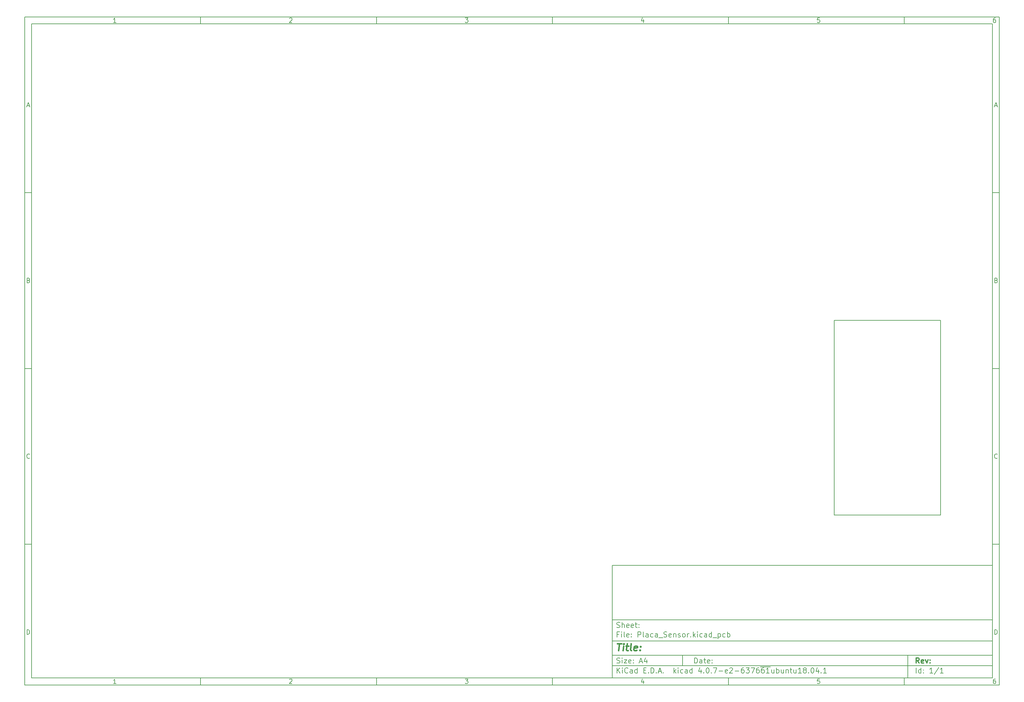
<source format=gbr>
G04 #@! TF.FileFunction,Other,User*
%FSLAX46Y46*%
G04 Gerber Fmt 4.6, Leading zero omitted, Abs format (unit mm)*
G04 Created by KiCad (PCBNEW 4.0.7-e2-6376~61~ubuntu18.04.1) date Wed Jul 10 20:30:17 2019*
%MOMM*%
%LPD*%
G01*
G04 APERTURE LIST*
%ADD10C,0.100000*%
%ADD11C,0.150000*%
%ADD12C,0.300000*%
%ADD13C,0.400000*%
%ADD14C,0.200000*%
G04 APERTURE END LIST*
D10*
D11*
X177002200Y-166007200D02*
X177002200Y-198007200D01*
X285002200Y-198007200D01*
X285002200Y-166007200D01*
X177002200Y-166007200D01*
D10*
D11*
X10000000Y-10000000D02*
X10000000Y-200007200D01*
X287002200Y-200007200D01*
X287002200Y-10000000D01*
X10000000Y-10000000D01*
D10*
D11*
X12000000Y-12000000D02*
X12000000Y-198007200D01*
X285002200Y-198007200D01*
X285002200Y-12000000D01*
X12000000Y-12000000D01*
D10*
D11*
X60000000Y-12000000D02*
X60000000Y-10000000D01*
D10*
D11*
X110000000Y-12000000D02*
X110000000Y-10000000D01*
D10*
D11*
X160000000Y-12000000D02*
X160000000Y-10000000D01*
D10*
D11*
X210000000Y-12000000D02*
X210000000Y-10000000D01*
D10*
D11*
X260000000Y-12000000D02*
X260000000Y-10000000D01*
D10*
D11*
X35990476Y-11588095D02*
X35247619Y-11588095D01*
X35619048Y-11588095D02*
X35619048Y-10288095D01*
X35495238Y-10473810D01*
X35371429Y-10597619D01*
X35247619Y-10659524D01*
D10*
D11*
X85247619Y-10411905D02*
X85309524Y-10350000D01*
X85433333Y-10288095D01*
X85742857Y-10288095D01*
X85866667Y-10350000D01*
X85928571Y-10411905D01*
X85990476Y-10535714D01*
X85990476Y-10659524D01*
X85928571Y-10845238D01*
X85185714Y-11588095D01*
X85990476Y-11588095D01*
D10*
D11*
X135185714Y-10288095D02*
X135990476Y-10288095D01*
X135557143Y-10783333D01*
X135742857Y-10783333D01*
X135866667Y-10845238D01*
X135928571Y-10907143D01*
X135990476Y-11030952D01*
X135990476Y-11340476D01*
X135928571Y-11464286D01*
X135866667Y-11526190D01*
X135742857Y-11588095D01*
X135371429Y-11588095D01*
X135247619Y-11526190D01*
X135185714Y-11464286D01*
D10*
D11*
X185866667Y-10721429D02*
X185866667Y-11588095D01*
X185557143Y-10226190D02*
X185247619Y-11154762D01*
X186052381Y-11154762D01*
D10*
D11*
X235928571Y-10288095D02*
X235309524Y-10288095D01*
X235247619Y-10907143D01*
X235309524Y-10845238D01*
X235433333Y-10783333D01*
X235742857Y-10783333D01*
X235866667Y-10845238D01*
X235928571Y-10907143D01*
X235990476Y-11030952D01*
X235990476Y-11340476D01*
X235928571Y-11464286D01*
X235866667Y-11526190D01*
X235742857Y-11588095D01*
X235433333Y-11588095D01*
X235309524Y-11526190D01*
X235247619Y-11464286D01*
D10*
D11*
X285866667Y-10288095D02*
X285619048Y-10288095D01*
X285495238Y-10350000D01*
X285433333Y-10411905D01*
X285309524Y-10597619D01*
X285247619Y-10845238D01*
X285247619Y-11340476D01*
X285309524Y-11464286D01*
X285371429Y-11526190D01*
X285495238Y-11588095D01*
X285742857Y-11588095D01*
X285866667Y-11526190D01*
X285928571Y-11464286D01*
X285990476Y-11340476D01*
X285990476Y-11030952D01*
X285928571Y-10907143D01*
X285866667Y-10845238D01*
X285742857Y-10783333D01*
X285495238Y-10783333D01*
X285371429Y-10845238D01*
X285309524Y-10907143D01*
X285247619Y-11030952D01*
D10*
D11*
X60000000Y-198007200D02*
X60000000Y-200007200D01*
D10*
D11*
X110000000Y-198007200D02*
X110000000Y-200007200D01*
D10*
D11*
X160000000Y-198007200D02*
X160000000Y-200007200D01*
D10*
D11*
X210000000Y-198007200D02*
X210000000Y-200007200D01*
D10*
D11*
X260000000Y-198007200D02*
X260000000Y-200007200D01*
D10*
D11*
X35990476Y-199595295D02*
X35247619Y-199595295D01*
X35619048Y-199595295D02*
X35619048Y-198295295D01*
X35495238Y-198481010D01*
X35371429Y-198604819D01*
X35247619Y-198666724D01*
D10*
D11*
X85247619Y-198419105D02*
X85309524Y-198357200D01*
X85433333Y-198295295D01*
X85742857Y-198295295D01*
X85866667Y-198357200D01*
X85928571Y-198419105D01*
X85990476Y-198542914D01*
X85990476Y-198666724D01*
X85928571Y-198852438D01*
X85185714Y-199595295D01*
X85990476Y-199595295D01*
D10*
D11*
X135185714Y-198295295D02*
X135990476Y-198295295D01*
X135557143Y-198790533D01*
X135742857Y-198790533D01*
X135866667Y-198852438D01*
X135928571Y-198914343D01*
X135990476Y-199038152D01*
X135990476Y-199347676D01*
X135928571Y-199471486D01*
X135866667Y-199533390D01*
X135742857Y-199595295D01*
X135371429Y-199595295D01*
X135247619Y-199533390D01*
X135185714Y-199471486D01*
D10*
D11*
X185866667Y-198728629D02*
X185866667Y-199595295D01*
X185557143Y-198233390D02*
X185247619Y-199161962D01*
X186052381Y-199161962D01*
D10*
D11*
X235928571Y-198295295D02*
X235309524Y-198295295D01*
X235247619Y-198914343D01*
X235309524Y-198852438D01*
X235433333Y-198790533D01*
X235742857Y-198790533D01*
X235866667Y-198852438D01*
X235928571Y-198914343D01*
X235990476Y-199038152D01*
X235990476Y-199347676D01*
X235928571Y-199471486D01*
X235866667Y-199533390D01*
X235742857Y-199595295D01*
X235433333Y-199595295D01*
X235309524Y-199533390D01*
X235247619Y-199471486D01*
D10*
D11*
X285866667Y-198295295D02*
X285619048Y-198295295D01*
X285495238Y-198357200D01*
X285433333Y-198419105D01*
X285309524Y-198604819D01*
X285247619Y-198852438D01*
X285247619Y-199347676D01*
X285309524Y-199471486D01*
X285371429Y-199533390D01*
X285495238Y-199595295D01*
X285742857Y-199595295D01*
X285866667Y-199533390D01*
X285928571Y-199471486D01*
X285990476Y-199347676D01*
X285990476Y-199038152D01*
X285928571Y-198914343D01*
X285866667Y-198852438D01*
X285742857Y-198790533D01*
X285495238Y-198790533D01*
X285371429Y-198852438D01*
X285309524Y-198914343D01*
X285247619Y-199038152D01*
D10*
D11*
X10000000Y-60000000D02*
X12000000Y-60000000D01*
D10*
D11*
X10000000Y-110000000D02*
X12000000Y-110000000D01*
D10*
D11*
X10000000Y-160000000D02*
X12000000Y-160000000D01*
D10*
D11*
X10690476Y-35216667D02*
X11309524Y-35216667D01*
X10566667Y-35588095D02*
X11000000Y-34288095D01*
X11433333Y-35588095D01*
D10*
D11*
X11092857Y-84907143D02*
X11278571Y-84969048D01*
X11340476Y-85030952D01*
X11402381Y-85154762D01*
X11402381Y-85340476D01*
X11340476Y-85464286D01*
X11278571Y-85526190D01*
X11154762Y-85588095D01*
X10659524Y-85588095D01*
X10659524Y-84288095D01*
X11092857Y-84288095D01*
X11216667Y-84350000D01*
X11278571Y-84411905D01*
X11340476Y-84535714D01*
X11340476Y-84659524D01*
X11278571Y-84783333D01*
X11216667Y-84845238D01*
X11092857Y-84907143D01*
X10659524Y-84907143D01*
D10*
D11*
X11402381Y-135464286D02*
X11340476Y-135526190D01*
X11154762Y-135588095D01*
X11030952Y-135588095D01*
X10845238Y-135526190D01*
X10721429Y-135402381D01*
X10659524Y-135278571D01*
X10597619Y-135030952D01*
X10597619Y-134845238D01*
X10659524Y-134597619D01*
X10721429Y-134473810D01*
X10845238Y-134350000D01*
X11030952Y-134288095D01*
X11154762Y-134288095D01*
X11340476Y-134350000D01*
X11402381Y-134411905D01*
D10*
D11*
X10659524Y-185588095D02*
X10659524Y-184288095D01*
X10969048Y-184288095D01*
X11154762Y-184350000D01*
X11278571Y-184473810D01*
X11340476Y-184597619D01*
X11402381Y-184845238D01*
X11402381Y-185030952D01*
X11340476Y-185278571D01*
X11278571Y-185402381D01*
X11154762Y-185526190D01*
X10969048Y-185588095D01*
X10659524Y-185588095D01*
D10*
D11*
X287002200Y-60000000D02*
X285002200Y-60000000D01*
D10*
D11*
X287002200Y-110000000D02*
X285002200Y-110000000D01*
D10*
D11*
X287002200Y-160000000D02*
X285002200Y-160000000D01*
D10*
D11*
X285692676Y-35216667D02*
X286311724Y-35216667D01*
X285568867Y-35588095D02*
X286002200Y-34288095D01*
X286435533Y-35588095D01*
D10*
D11*
X286095057Y-84907143D02*
X286280771Y-84969048D01*
X286342676Y-85030952D01*
X286404581Y-85154762D01*
X286404581Y-85340476D01*
X286342676Y-85464286D01*
X286280771Y-85526190D01*
X286156962Y-85588095D01*
X285661724Y-85588095D01*
X285661724Y-84288095D01*
X286095057Y-84288095D01*
X286218867Y-84350000D01*
X286280771Y-84411905D01*
X286342676Y-84535714D01*
X286342676Y-84659524D01*
X286280771Y-84783333D01*
X286218867Y-84845238D01*
X286095057Y-84907143D01*
X285661724Y-84907143D01*
D10*
D11*
X286404581Y-135464286D02*
X286342676Y-135526190D01*
X286156962Y-135588095D01*
X286033152Y-135588095D01*
X285847438Y-135526190D01*
X285723629Y-135402381D01*
X285661724Y-135278571D01*
X285599819Y-135030952D01*
X285599819Y-134845238D01*
X285661724Y-134597619D01*
X285723629Y-134473810D01*
X285847438Y-134350000D01*
X286033152Y-134288095D01*
X286156962Y-134288095D01*
X286342676Y-134350000D01*
X286404581Y-134411905D01*
D10*
D11*
X285661724Y-185588095D02*
X285661724Y-184288095D01*
X285971248Y-184288095D01*
X286156962Y-184350000D01*
X286280771Y-184473810D01*
X286342676Y-184597619D01*
X286404581Y-184845238D01*
X286404581Y-185030952D01*
X286342676Y-185278571D01*
X286280771Y-185402381D01*
X286156962Y-185526190D01*
X285971248Y-185588095D01*
X285661724Y-185588095D01*
D10*
D11*
X200359343Y-193785771D02*
X200359343Y-192285771D01*
X200716486Y-192285771D01*
X200930771Y-192357200D01*
X201073629Y-192500057D01*
X201145057Y-192642914D01*
X201216486Y-192928629D01*
X201216486Y-193142914D01*
X201145057Y-193428629D01*
X201073629Y-193571486D01*
X200930771Y-193714343D01*
X200716486Y-193785771D01*
X200359343Y-193785771D01*
X202502200Y-193785771D02*
X202502200Y-193000057D01*
X202430771Y-192857200D01*
X202287914Y-192785771D01*
X202002200Y-192785771D01*
X201859343Y-192857200D01*
X202502200Y-193714343D02*
X202359343Y-193785771D01*
X202002200Y-193785771D01*
X201859343Y-193714343D01*
X201787914Y-193571486D01*
X201787914Y-193428629D01*
X201859343Y-193285771D01*
X202002200Y-193214343D01*
X202359343Y-193214343D01*
X202502200Y-193142914D01*
X203002200Y-192785771D02*
X203573629Y-192785771D01*
X203216486Y-192285771D02*
X203216486Y-193571486D01*
X203287914Y-193714343D01*
X203430772Y-193785771D01*
X203573629Y-193785771D01*
X204645057Y-193714343D02*
X204502200Y-193785771D01*
X204216486Y-193785771D01*
X204073629Y-193714343D01*
X204002200Y-193571486D01*
X204002200Y-193000057D01*
X204073629Y-192857200D01*
X204216486Y-192785771D01*
X204502200Y-192785771D01*
X204645057Y-192857200D01*
X204716486Y-193000057D01*
X204716486Y-193142914D01*
X204002200Y-193285771D01*
X205359343Y-193642914D02*
X205430771Y-193714343D01*
X205359343Y-193785771D01*
X205287914Y-193714343D01*
X205359343Y-193642914D01*
X205359343Y-193785771D01*
X205359343Y-192857200D02*
X205430771Y-192928629D01*
X205359343Y-193000057D01*
X205287914Y-192928629D01*
X205359343Y-192857200D01*
X205359343Y-193000057D01*
D10*
D11*
X177002200Y-194507200D02*
X285002200Y-194507200D01*
D10*
D11*
X178359343Y-196585771D02*
X178359343Y-195085771D01*
X179216486Y-196585771D02*
X178573629Y-195728629D01*
X179216486Y-195085771D02*
X178359343Y-195942914D01*
X179859343Y-196585771D02*
X179859343Y-195585771D01*
X179859343Y-195085771D02*
X179787914Y-195157200D01*
X179859343Y-195228629D01*
X179930771Y-195157200D01*
X179859343Y-195085771D01*
X179859343Y-195228629D01*
X181430772Y-196442914D02*
X181359343Y-196514343D01*
X181145057Y-196585771D01*
X181002200Y-196585771D01*
X180787915Y-196514343D01*
X180645057Y-196371486D01*
X180573629Y-196228629D01*
X180502200Y-195942914D01*
X180502200Y-195728629D01*
X180573629Y-195442914D01*
X180645057Y-195300057D01*
X180787915Y-195157200D01*
X181002200Y-195085771D01*
X181145057Y-195085771D01*
X181359343Y-195157200D01*
X181430772Y-195228629D01*
X182716486Y-196585771D02*
X182716486Y-195800057D01*
X182645057Y-195657200D01*
X182502200Y-195585771D01*
X182216486Y-195585771D01*
X182073629Y-195657200D01*
X182716486Y-196514343D02*
X182573629Y-196585771D01*
X182216486Y-196585771D01*
X182073629Y-196514343D01*
X182002200Y-196371486D01*
X182002200Y-196228629D01*
X182073629Y-196085771D01*
X182216486Y-196014343D01*
X182573629Y-196014343D01*
X182716486Y-195942914D01*
X184073629Y-196585771D02*
X184073629Y-195085771D01*
X184073629Y-196514343D02*
X183930772Y-196585771D01*
X183645058Y-196585771D01*
X183502200Y-196514343D01*
X183430772Y-196442914D01*
X183359343Y-196300057D01*
X183359343Y-195871486D01*
X183430772Y-195728629D01*
X183502200Y-195657200D01*
X183645058Y-195585771D01*
X183930772Y-195585771D01*
X184073629Y-195657200D01*
X185930772Y-195800057D02*
X186430772Y-195800057D01*
X186645058Y-196585771D02*
X185930772Y-196585771D01*
X185930772Y-195085771D01*
X186645058Y-195085771D01*
X187287915Y-196442914D02*
X187359343Y-196514343D01*
X187287915Y-196585771D01*
X187216486Y-196514343D01*
X187287915Y-196442914D01*
X187287915Y-196585771D01*
X188002201Y-196585771D02*
X188002201Y-195085771D01*
X188359344Y-195085771D01*
X188573629Y-195157200D01*
X188716487Y-195300057D01*
X188787915Y-195442914D01*
X188859344Y-195728629D01*
X188859344Y-195942914D01*
X188787915Y-196228629D01*
X188716487Y-196371486D01*
X188573629Y-196514343D01*
X188359344Y-196585771D01*
X188002201Y-196585771D01*
X189502201Y-196442914D02*
X189573629Y-196514343D01*
X189502201Y-196585771D01*
X189430772Y-196514343D01*
X189502201Y-196442914D01*
X189502201Y-196585771D01*
X190145058Y-196157200D02*
X190859344Y-196157200D01*
X190002201Y-196585771D02*
X190502201Y-195085771D01*
X191002201Y-196585771D01*
X191502201Y-196442914D02*
X191573629Y-196514343D01*
X191502201Y-196585771D01*
X191430772Y-196514343D01*
X191502201Y-196442914D01*
X191502201Y-196585771D01*
X194502201Y-196585771D02*
X194502201Y-195085771D01*
X194645058Y-196014343D02*
X195073629Y-196585771D01*
X195073629Y-195585771D02*
X194502201Y-196157200D01*
X195716487Y-196585771D02*
X195716487Y-195585771D01*
X195716487Y-195085771D02*
X195645058Y-195157200D01*
X195716487Y-195228629D01*
X195787915Y-195157200D01*
X195716487Y-195085771D01*
X195716487Y-195228629D01*
X197073630Y-196514343D02*
X196930773Y-196585771D01*
X196645059Y-196585771D01*
X196502201Y-196514343D01*
X196430773Y-196442914D01*
X196359344Y-196300057D01*
X196359344Y-195871486D01*
X196430773Y-195728629D01*
X196502201Y-195657200D01*
X196645059Y-195585771D01*
X196930773Y-195585771D01*
X197073630Y-195657200D01*
X198359344Y-196585771D02*
X198359344Y-195800057D01*
X198287915Y-195657200D01*
X198145058Y-195585771D01*
X197859344Y-195585771D01*
X197716487Y-195657200D01*
X198359344Y-196514343D02*
X198216487Y-196585771D01*
X197859344Y-196585771D01*
X197716487Y-196514343D01*
X197645058Y-196371486D01*
X197645058Y-196228629D01*
X197716487Y-196085771D01*
X197859344Y-196014343D01*
X198216487Y-196014343D01*
X198359344Y-195942914D01*
X199716487Y-196585771D02*
X199716487Y-195085771D01*
X199716487Y-196514343D02*
X199573630Y-196585771D01*
X199287916Y-196585771D01*
X199145058Y-196514343D01*
X199073630Y-196442914D01*
X199002201Y-196300057D01*
X199002201Y-195871486D01*
X199073630Y-195728629D01*
X199145058Y-195657200D01*
X199287916Y-195585771D01*
X199573630Y-195585771D01*
X199716487Y-195657200D01*
X202216487Y-195585771D02*
X202216487Y-196585771D01*
X201859344Y-195014343D02*
X201502201Y-196085771D01*
X202430773Y-196085771D01*
X203002201Y-196442914D02*
X203073629Y-196514343D01*
X203002201Y-196585771D01*
X202930772Y-196514343D01*
X203002201Y-196442914D01*
X203002201Y-196585771D01*
X204002201Y-195085771D02*
X204145058Y-195085771D01*
X204287915Y-195157200D01*
X204359344Y-195228629D01*
X204430773Y-195371486D01*
X204502201Y-195657200D01*
X204502201Y-196014343D01*
X204430773Y-196300057D01*
X204359344Y-196442914D01*
X204287915Y-196514343D01*
X204145058Y-196585771D01*
X204002201Y-196585771D01*
X203859344Y-196514343D01*
X203787915Y-196442914D01*
X203716487Y-196300057D01*
X203645058Y-196014343D01*
X203645058Y-195657200D01*
X203716487Y-195371486D01*
X203787915Y-195228629D01*
X203859344Y-195157200D01*
X204002201Y-195085771D01*
X205145058Y-196442914D02*
X205216486Y-196514343D01*
X205145058Y-196585771D01*
X205073629Y-196514343D01*
X205145058Y-196442914D01*
X205145058Y-196585771D01*
X205716487Y-195085771D02*
X206716487Y-195085771D01*
X206073630Y-196585771D01*
X207287915Y-196014343D02*
X208430772Y-196014343D01*
X209716486Y-196514343D02*
X209573629Y-196585771D01*
X209287915Y-196585771D01*
X209145058Y-196514343D01*
X209073629Y-196371486D01*
X209073629Y-195800057D01*
X209145058Y-195657200D01*
X209287915Y-195585771D01*
X209573629Y-195585771D01*
X209716486Y-195657200D01*
X209787915Y-195800057D01*
X209787915Y-195942914D01*
X209073629Y-196085771D01*
X210359343Y-195228629D02*
X210430772Y-195157200D01*
X210573629Y-195085771D01*
X210930772Y-195085771D01*
X211073629Y-195157200D01*
X211145058Y-195228629D01*
X211216486Y-195371486D01*
X211216486Y-195514343D01*
X211145058Y-195728629D01*
X210287915Y-196585771D01*
X211216486Y-196585771D01*
X211859343Y-196014343D02*
X213002200Y-196014343D01*
X214359343Y-195085771D02*
X214073629Y-195085771D01*
X213930772Y-195157200D01*
X213859343Y-195228629D01*
X213716486Y-195442914D01*
X213645057Y-195728629D01*
X213645057Y-196300057D01*
X213716486Y-196442914D01*
X213787914Y-196514343D01*
X213930772Y-196585771D01*
X214216486Y-196585771D01*
X214359343Y-196514343D01*
X214430772Y-196442914D01*
X214502200Y-196300057D01*
X214502200Y-195942914D01*
X214430772Y-195800057D01*
X214359343Y-195728629D01*
X214216486Y-195657200D01*
X213930772Y-195657200D01*
X213787914Y-195728629D01*
X213716486Y-195800057D01*
X213645057Y-195942914D01*
X215002200Y-195085771D02*
X215930771Y-195085771D01*
X215430771Y-195657200D01*
X215645057Y-195657200D01*
X215787914Y-195728629D01*
X215859343Y-195800057D01*
X215930771Y-195942914D01*
X215930771Y-196300057D01*
X215859343Y-196442914D01*
X215787914Y-196514343D01*
X215645057Y-196585771D01*
X215216485Y-196585771D01*
X215073628Y-196514343D01*
X215002200Y-196442914D01*
X216430771Y-195085771D02*
X217430771Y-195085771D01*
X216787914Y-196585771D01*
X218645056Y-195085771D02*
X218359342Y-195085771D01*
X218216485Y-195157200D01*
X218145056Y-195228629D01*
X218002199Y-195442914D01*
X217930770Y-195728629D01*
X217930770Y-196300057D01*
X218002199Y-196442914D01*
X218073627Y-196514343D01*
X218216485Y-196585771D01*
X218502199Y-196585771D01*
X218645056Y-196514343D01*
X218716485Y-196442914D01*
X218787913Y-196300057D01*
X218787913Y-195942914D01*
X218716485Y-195800057D01*
X218645056Y-195728629D01*
X218502199Y-195657200D01*
X218216485Y-195657200D01*
X218073627Y-195728629D01*
X218002199Y-195800057D01*
X217930770Y-195942914D01*
X220073627Y-195085771D02*
X219787913Y-195085771D01*
X219645056Y-195157200D01*
X219573627Y-195228629D01*
X219430770Y-195442914D01*
X219359341Y-195728629D01*
X219359341Y-196300057D01*
X219430770Y-196442914D01*
X219502198Y-196514343D01*
X219645056Y-196585771D01*
X219930770Y-196585771D01*
X220073627Y-196514343D01*
X220145056Y-196442914D01*
X220216484Y-196300057D01*
X220216484Y-195942914D01*
X220145056Y-195800057D01*
X220073627Y-195728629D01*
X219930770Y-195657200D01*
X219645056Y-195657200D01*
X219502198Y-195728629D01*
X219430770Y-195800057D01*
X219359341Y-195942914D01*
X221645055Y-196585771D02*
X220787912Y-196585771D01*
X221216484Y-196585771D02*
X221216484Y-195085771D01*
X221073627Y-195300057D01*
X220930769Y-195442914D01*
X220787912Y-195514343D01*
X219073627Y-194827200D02*
X221930769Y-194827200D01*
X222930769Y-195585771D02*
X222930769Y-196585771D01*
X222287912Y-195585771D02*
X222287912Y-196371486D01*
X222359340Y-196514343D01*
X222502198Y-196585771D01*
X222716483Y-196585771D01*
X222859340Y-196514343D01*
X222930769Y-196442914D01*
X223645055Y-196585771D02*
X223645055Y-195085771D01*
X223645055Y-195657200D02*
X223787912Y-195585771D01*
X224073626Y-195585771D01*
X224216483Y-195657200D01*
X224287912Y-195728629D01*
X224359341Y-195871486D01*
X224359341Y-196300057D01*
X224287912Y-196442914D01*
X224216483Y-196514343D01*
X224073626Y-196585771D01*
X223787912Y-196585771D01*
X223645055Y-196514343D01*
X225645055Y-195585771D02*
X225645055Y-196585771D01*
X225002198Y-195585771D02*
X225002198Y-196371486D01*
X225073626Y-196514343D01*
X225216484Y-196585771D01*
X225430769Y-196585771D01*
X225573626Y-196514343D01*
X225645055Y-196442914D01*
X226359341Y-195585771D02*
X226359341Y-196585771D01*
X226359341Y-195728629D02*
X226430769Y-195657200D01*
X226573627Y-195585771D01*
X226787912Y-195585771D01*
X226930769Y-195657200D01*
X227002198Y-195800057D01*
X227002198Y-196585771D01*
X227502198Y-195585771D02*
X228073627Y-195585771D01*
X227716484Y-195085771D02*
X227716484Y-196371486D01*
X227787912Y-196514343D01*
X227930770Y-196585771D01*
X228073627Y-196585771D01*
X229216484Y-195585771D02*
X229216484Y-196585771D01*
X228573627Y-195585771D02*
X228573627Y-196371486D01*
X228645055Y-196514343D01*
X228787913Y-196585771D01*
X229002198Y-196585771D01*
X229145055Y-196514343D01*
X229216484Y-196442914D01*
X230716484Y-196585771D02*
X229859341Y-196585771D01*
X230287913Y-196585771D02*
X230287913Y-195085771D01*
X230145056Y-195300057D01*
X230002198Y-195442914D01*
X229859341Y-195514343D01*
X231573627Y-195728629D02*
X231430769Y-195657200D01*
X231359341Y-195585771D01*
X231287912Y-195442914D01*
X231287912Y-195371486D01*
X231359341Y-195228629D01*
X231430769Y-195157200D01*
X231573627Y-195085771D01*
X231859341Y-195085771D01*
X232002198Y-195157200D01*
X232073627Y-195228629D01*
X232145055Y-195371486D01*
X232145055Y-195442914D01*
X232073627Y-195585771D01*
X232002198Y-195657200D01*
X231859341Y-195728629D01*
X231573627Y-195728629D01*
X231430769Y-195800057D01*
X231359341Y-195871486D01*
X231287912Y-196014343D01*
X231287912Y-196300057D01*
X231359341Y-196442914D01*
X231430769Y-196514343D01*
X231573627Y-196585771D01*
X231859341Y-196585771D01*
X232002198Y-196514343D01*
X232073627Y-196442914D01*
X232145055Y-196300057D01*
X232145055Y-196014343D01*
X232073627Y-195871486D01*
X232002198Y-195800057D01*
X231859341Y-195728629D01*
X232787912Y-196442914D02*
X232859340Y-196514343D01*
X232787912Y-196585771D01*
X232716483Y-196514343D01*
X232787912Y-196442914D01*
X232787912Y-196585771D01*
X233787912Y-195085771D02*
X233930769Y-195085771D01*
X234073626Y-195157200D01*
X234145055Y-195228629D01*
X234216484Y-195371486D01*
X234287912Y-195657200D01*
X234287912Y-196014343D01*
X234216484Y-196300057D01*
X234145055Y-196442914D01*
X234073626Y-196514343D01*
X233930769Y-196585771D01*
X233787912Y-196585771D01*
X233645055Y-196514343D01*
X233573626Y-196442914D01*
X233502198Y-196300057D01*
X233430769Y-196014343D01*
X233430769Y-195657200D01*
X233502198Y-195371486D01*
X233573626Y-195228629D01*
X233645055Y-195157200D01*
X233787912Y-195085771D01*
X235573626Y-195585771D02*
X235573626Y-196585771D01*
X235216483Y-195014343D02*
X234859340Y-196085771D01*
X235787912Y-196085771D01*
X236359340Y-196442914D02*
X236430768Y-196514343D01*
X236359340Y-196585771D01*
X236287911Y-196514343D01*
X236359340Y-196442914D01*
X236359340Y-196585771D01*
X237859340Y-196585771D02*
X237002197Y-196585771D01*
X237430769Y-196585771D02*
X237430769Y-195085771D01*
X237287912Y-195300057D01*
X237145054Y-195442914D01*
X237002197Y-195514343D01*
D10*
D11*
X177002200Y-191507200D02*
X285002200Y-191507200D01*
D10*
D12*
X264216486Y-193785771D02*
X263716486Y-193071486D01*
X263359343Y-193785771D02*
X263359343Y-192285771D01*
X263930771Y-192285771D01*
X264073629Y-192357200D01*
X264145057Y-192428629D01*
X264216486Y-192571486D01*
X264216486Y-192785771D01*
X264145057Y-192928629D01*
X264073629Y-193000057D01*
X263930771Y-193071486D01*
X263359343Y-193071486D01*
X265430771Y-193714343D02*
X265287914Y-193785771D01*
X265002200Y-193785771D01*
X264859343Y-193714343D01*
X264787914Y-193571486D01*
X264787914Y-193000057D01*
X264859343Y-192857200D01*
X265002200Y-192785771D01*
X265287914Y-192785771D01*
X265430771Y-192857200D01*
X265502200Y-193000057D01*
X265502200Y-193142914D01*
X264787914Y-193285771D01*
X266002200Y-192785771D02*
X266359343Y-193785771D01*
X266716485Y-192785771D01*
X267287914Y-193642914D02*
X267359342Y-193714343D01*
X267287914Y-193785771D01*
X267216485Y-193714343D01*
X267287914Y-193642914D01*
X267287914Y-193785771D01*
X267287914Y-192857200D02*
X267359342Y-192928629D01*
X267287914Y-193000057D01*
X267216485Y-192928629D01*
X267287914Y-192857200D01*
X267287914Y-193000057D01*
D10*
D11*
X178287914Y-193714343D02*
X178502200Y-193785771D01*
X178859343Y-193785771D01*
X179002200Y-193714343D01*
X179073629Y-193642914D01*
X179145057Y-193500057D01*
X179145057Y-193357200D01*
X179073629Y-193214343D01*
X179002200Y-193142914D01*
X178859343Y-193071486D01*
X178573629Y-193000057D01*
X178430771Y-192928629D01*
X178359343Y-192857200D01*
X178287914Y-192714343D01*
X178287914Y-192571486D01*
X178359343Y-192428629D01*
X178430771Y-192357200D01*
X178573629Y-192285771D01*
X178930771Y-192285771D01*
X179145057Y-192357200D01*
X179787914Y-193785771D02*
X179787914Y-192785771D01*
X179787914Y-192285771D02*
X179716485Y-192357200D01*
X179787914Y-192428629D01*
X179859342Y-192357200D01*
X179787914Y-192285771D01*
X179787914Y-192428629D01*
X180359343Y-192785771D02*
X181145057Y-192785771D01*
X180359343Y-193785771D01*
X181145057Y-193785771D01*
X182287914Y-193714343D02*
X182145057Y-193785771D01*
X181859343Y-193785771D01*
X181716486Y-193714343D01*
X181645057Y-193571486D01*
X181645057Y-193000057D01*
X181716486Y-192857200D01*
X181859343Y-192785771D01*
X182145057Y-192785771D01*
X182287914Y-192857200D01*
X182359343Y-193000057D01*
X182359343Y-193142914D01*
X181645057Y-193285771D01*
X183002200Y-193642914D02*
X183073628Y-193714343D01*
X183002200Y-193785771D01*
X182930771Y-193714343D01*
X183002200Y-193642914D01*
X183002200Y-193785771D01*
X183002200Y-192857200D02*
X183073628Y-192928629D01*
X183002200Y-193000057D01*
X182930771Y-192928629D01*
X183002200Y-192857200D01*
X183002200Y-193000057D01*
X184787914Y-193357200D02*
X185502200Y-193357200D01*
X184645057Y-193785771D02*
X185145057Y-192285771D01*
X185645057Y-193785771D01*
X186787914Y-192785771D02*
X186787914Y-193785771D01*
X186430771Y-192214343D02*
X186073628Y-193285771D01*
X187002200Y-193285771D01*
D10*
D11*
X263359343Y-196585771D02*
X263359343Y-195085771D01*
X264716486Y-196585771D02*
X264716486Y-195085771D01*
X264716486Y-196514343D02*
X264573629Y-196585771D01*
X264287915Y-196585771D01*
X264145057Y-196514343D01*
X264073629Y-196442914D01*
X264002200Y-196300057D01*
X264002200Y-195871486D01*
X264073629Y-195728629D01*
X264145057Y-195657200D01*
X264287915Y-195585771D01*
X264573629Y-195585771D01*
X264716486Y-195657200D01*
X265430772Y-196442914D02*
X265502200Y-196514343D01*
X265430772Y-196585771D01*
X265359343Y-196514343D01*
X265430772Y-196442914D01*
X265430772Y-196585771D01*
X265430772Y-195657200D02*
X265502200Y-195728629D01*
X265430772Y-195800057D01*
X265359343Y-195728629D01*
X265430772Y-195657200D01*
X265430772Y-195800057D01*
X268073629Y-196585771D02*
X267216486Y-196585771D01*
X267645058Y-196585771D02*
X267645058Y-195085771D01*
X267502201Y-195300057D01*
X267359343Y-195442914D01*
X267216486Y-195514343D01*
X269787914Y-195014343D02*
X268502200Y-196942914D01*
X271073629Y-196585771D02*
X270216486Y-196585771D01*
X270645058Y-196585771D02*
X270645058Y-195085771D01*
X270502201Y-195300057D01*
X270359343Y-195442914D01*
X270216486Y-195514343D01*
D10*
D11*
X177002200Y-187507200D02*
X285002200Y-187507200D01*
D10*
D13*
X178454581Y-188211962D02*
X179597438Y-188211962D01*
X178776010Y-190211962D02*
X179026010Y-188211962D01*
X180014105Y-190211962D02*
X180180771Y-188878629D01*
X180264105Y-188211962D02*
X180156962Y-188307200D01*
X180240295Y-188402438D01*
X180347439Y-188307200D01*
X180264105Y-188211962D01*
X180240295Y-188402438D01*
X180847438Y-188878629D02*
X181609343Y-188878629D01*
X181216486Y-188211962D02*
X181002200Y-189926248D01*
X181073630Y-190116724D01*
X181252201Y-190211962D01*
X181442677Y-190211962D01*
X182395058Y-190211962D02*
X182216487Y-190116724D01*
X182145057Y-189926248D01*
X182359343Y-188211962D01*
X183930772Y-190116724D02*
X183728391Y-190211962D01*
X183347439Y-190211962D01*
X183168867Y-190116724D01*
X183097438Y-189926248D01*
X183192676Y-189164343D01*
X183311724Y-188973867D01*
X183514105Y-188878629D01*
X183895057Y-188878629D01*
X184073629Y-188973867D01*
X184145057Y-189164343D01*
X184121248Y-189354819D01*
X183145057Y-189545295D01*
X184895057Y-190021486D02*
X184978392Y-190116724D01*
X184871248Y-190211962D01*
X184787915Y-190116724D01*
X184895057Y-190021486D01*
X184871248Y-190211962D01*
X185026010Y-188973867D02*
X185109344Y-189069105D01*
X185002200Y-189164343D01*
X184918867Y-189069105D01*
X185026010Y-188973867D01*
X185002200Y-189164343D01*
D10*
D11*
X178859343Y-185600057D02*
X178359343Y-185600057D01*
X178359343Y-186385771D02*
X178359343Y-184885771D01*
X179073629Y-184885771D01*
X179645057Y-186385771D02*
X179645057Y-185385771D01*
X179645057Y-184885771D02*
X179573628Y-184957200D01*
X179645057Y-185028629D01*
X179716485Y-184957200D01*
X179645057Y-184885771D01*
X179645057Y-185028629D01*
X180573629Y-186385771D02*
X180430771Y-186314343D01*
X180359343Y-186171486D01*
X180359343Y-184885771D01*
X181716485Y-186314343D02*
X181573628Y-186385771D01*
X181287914Y-186385771D01*
X181145057Y-186314343D01*
X181073628Y-186171486D01*
X181073628Y-185600057D01*
X181145057Y-185457200D01*
X181287914Y-185385771D01*
X181573628Y-185385771D01*
X181716485Y-185457200D01*
X181787914Y-185600057D01*
X181787914Y-185742914D01*
X181073628Y-185885771D01*
X182430771Y-186242914D02*
X182502199Y-186314343D01*
X182430771Y-186385771D01*
X182359342Y-186314343D01*
X182430771Y-186242914D01*
X182430771Y-186385771D01*
X182430771Y-185457200D02*
X182502199Y-185528629D01*
X182430771Y-185600057D01*
X182359342Y-185528629D01*
X182430771Y-185457200D01*
X182430771Y-185600057D01*
X184287914Y-186385771D02*
X184287914Y-184885771D01*
X184859342Y-184885771D01*
X185002200Y-184957200D01*
X185073628Y-185028629D01*
X185145057Y-185171486D01*
X185145057Y-185385771D01*
X185073628Y-185528629D01*
X185002200Y-185600057D01*
X184859342Y-185671486D01*
X184287914Y-185671486D01*
X186002200Y-186385771D02*
X185859342Y-186314343D01*
X185787914Y-186171486D01*
X185787914Y-184885771D01*
X187216485Y-186385771D02*
X187216485Y-185600057D01*
X187145056Y-185457200D01*
X187002199Y-185385771D01*
X186716485Y-185385771D01*
X186573628Y-185457200D01*
X187216485Y-186314343D02*
X187073628Y-186385771D01*
X186716485Y-186385771D01*
X186573628Y-186314343D01*
X186502199Y-186171486D01*
X186502199Y-186028629D01*
X186573628Y-185885771D01*
X186716485Y-185814343D01*
X187073628Y-185814343D01*
X187216485Y-185742914D01*
X188573628Y-186314343D02*
X188430771Y-186385771D01*
X188145057Y-186385771D01*
X188002199Y-186314343D01*
X187930771Y-186242914D01*
X187859342Y-186100057D01*
X187859342Y-185671486D01*
X187930771Y-185528629D01*
X188002199Y-185457200D01*
X188145057Y-185385771D01*
X188430771Y-185385771D01*
X188573628Y-185457200D01*
X189859342Y-186385771D02*
X189859342Y-185600057D01*
X189787913Y-185457200D01*
X189645056Y-185385771D01*
X189359342Y-185385771D01*
X189216485Y-185457200D01*
X189859342Y-186314343D02*
X189716485Y-186385771D01*
X189359342Y-186385771D01*
X189216485Y-186314343D01*
X189145056Y-186171486D01*
X189145056Y-186028629D01*
X189216485Y-185885771D01*
X189359342Y-185814343D01*
X189716485Y-185814343D01*
X189859342Y-185742914D01*
X190216485Y-186528629D02*
X191359342Y-186528629D01*
X191645056Y-186314343D02*
X191859342Y-186385771D01*
X192216485Y-186385771D01*
X192359342Y-186314343D01*
X192430771Y-186242914D01*
X192502199Y-186100057D01*
X192502199Y-185957200D01*
X192430771Y-185814343D01*
X192359342Y-185742914D01*
X192216485Y-185671486D01*
X191930771Y-185600057D01*
X191787913Y-185528629D01*
X191716485Y-185457200D01*
X191645056Y-185314343D01*
X191645056Y-185171486D01*
X191716485Y-185028629D01*
X191787913Y-184957200D01*
X191930771Y-184885771D01*
X192287913Y-184885771D01*
X192502199Y-184957200D01*
X193716484Y-186314343D02*
X193573627Y-186385771D01*
X193287913Y-186385771D01*
X193145056Y-186314343D01*
X193073627Y-186171486D01*
X193073627Y-185600057D01*
X193145056Y-185457200D01*
X193287913Y-185385771D01*
X193573627Y-185385771D01*
X193716484Y-185457200D01*
X193787913Y-185600057D01*
X193787913Y-185742914D01*
X193073627Y-185885771D01*
X194430770Y-185385771D02*
X194430770Y-186385771D01*
X194430770Y-185528629D02*
X194502198Y-185457200D01*
X194645056Y-185385771D01*
X194859341Y-185385771D01*
X195002198Y-185457200D01*
X195073627Y-185600057D01*
X195073627Y-186385771D01*
X195716484Y-186314343D02*
X195859341Y-186385771D01*
X196145056Y-186385771D01*
X196287913Y-186314343D01*
X196359341Y-186171486D01*
X196359341Y-186100057D01*
X196287913Y-185957200D01*
X196145056Y-185885771D01*
X195930770Y-185885771D01*
X195787913Y-185814343D01*
X195716484Y-185671486D01*
X195716484Y-185600057D01*
X195787913Y-185457200D01*
X195930770Y-185385771D01*
X196145056Y-185385771D01*
X196287913Y-185457200D01*
X197216485Y-186385771D02*
X197073627Y-186314343D01*
X197002199Y-186242914D01*
X196930770Y-186100057D01*
X196930770Y-185671486D01*
X197002199Y-185528629D01*
X197073627Y-185457200D01*
X197216485Y-185385771D01*
X197430770Y-185385771D01*
X197573627Y-185457200D01*
X197645056Y-185528629D01*
X197716485Y-185671486D01*
X197716485Y-186100057D01*
X197645056Y-186242914D01*
X197573627Y-186314343D01*
X197430770Y-186385771D01*
X197216485Y-186385771D01*
X198359342Y-186385771D02*
X198359342Y-185385771D01*
X198359342Y-185671486D02*
X198430770Y-185528629D01*
X198502199Y-185457200D01*
X198645056Y-185385771D01*
X198787913Y-185385771D01*
X199287913Y-186242914D02*
X199359341Y-186314343D01*
X199287913Y-186385771D01*
X199216484Y-186314343D01*
X199287913Y-186242914D01*
X199287913Y-186385771D01*
X200002199Y-186385771D02*
X200002199Y-184885771D01*
X200145056Y-185814343D02*
X200573627Y-186385771D01*
X200573627Y-185385771D02*
X200002199Y-185957200D01*
X201216485Y-186385771D02*
X201216485Y-185385771D01*
X201216485Y-184885771D02*
X201145056Y-184957200D01*
X201216485Y-185028629D01*
X201287913Y-184957200D01*
X201216485Y-184885771D01*
X201216485Y-185028629D01*
X202573628Y-186314343D02*
X202430771Y-186385771D01*
X202145057Y-186385771D01*
X202002199Y-186314343D01*
X201930771Y-186242914D01*
X201859342Y-186100057D01*
X201859342Y-185671486D01*
X201930771Y-185528629D01*
X202002199Y-185457200D01*
X202145057Y-185385771D01*
X202430771Y-185385771D01*
X202573628Y-185457200D01*
X203859342Y-186385771D02*
X203859342Y-185600057D01*
X203787913Y-185457200D01*
X203645056Y-185385771D01*
X203359342Y-185385771D01*
X203216485Y-185457200D01*
X203859342Y-186314343D02*
X203716485Y-186385771D01*
X203359342Y-186385771D01*
X203216485Y-186314343D01*
X203145056Y-186171486D01*
X203145056Y-186028629D01*
X203216485Y-185885771D01*
X203359342Y-185814343D01*
X203716485Y-185814343D01*
X203859342Y-185742914D01*
X205216485Y-186385771D02*
X205216485Y-184885771D01*
X205216485Y-186314343D02*
X205073628Y-186385771D01*
X204787914Y-186385771D01*
X204645056Y-186314343D01*
X204573628Y-186242914D01*
X204502199Y-186100057D01*
X204502199Y-185671486D01*
X204573628Y-185528629D01*
X204645056Y-185457200D01*
X204787914Y-185385771D01*
X205073628Y-185385771D01*
X205216485Y-185457200D01*
X205573628Y-186528629D02*
X206716485Y-186528629D01*
X207073628Y-185385771D02*
X207073628Y-186885771D01*
X207073628Y-185457200D02*
X207216485Y-185385771D01*
X207502199Y-185385771D01*
X207645056Y-185457200D01*
X207716485Y-185528629D01*
X207787914Y-185671486D01*
X207787914Y-186100057D01*
X207716485Y-186242914D01*
X207645056Y-186314343D01*
X207502199Y-186385771D01*
X207216485Y-186385771D01*
X207073628Y-186314343D01*
X209073628Y-186314343D02*
X208930771Y-186385771D01*
X208645057Y-186385771D01*
X208502199Y-186314343D01*
X208430771Y-186242914D01*
X208359342Y-186100057D01*
X208359342Y-185671486D01*
X208430771Y-185528629D01*
X208502199Y-185457200D01*
X208645057Y-185385771D01*
X208930771Y-185385771D01*
X209073628Y-185457200D01*
X209716485Y-186385771D02*
X209716485Y-184885771D01*
X209716485Y-185457200D02*
X209859342Y-185385771D01*
X210145056Y-185385771D01*
X210287913Y-185457200D01*
X210359342Y-185528629D01*
X210430771Y-185671486D01*
X210430771Y-186100057D01*
X210359342Y-186242914D01*
X210287913Y-186314343D01*
X210145056Y-186385771D01*
X209859342Y-186385771D01*
X209716485Y-186314343D01*
D10*
D11*
X177002200Y-181507200D02*
X285002200Y-181507200D01*
D10*
D11*
X178287914Y-183614343D02*
X178502200Y-183685771D01*
X178859343Y-183685771D01*
X179002200Y-183614343D01*
X179073629Y-183542914D01*
X179145057Y-183400057D01*
X179145057Y-183257200D01*
X179073629Y-183114343D01*
X179002200Y-183042914D01*
X178859343Y-182971486D01*
X178573629Y-182900057D01*
X178430771Y-182828629D01*
X178359343Y-182757200D01*
X178287914Y-182614343D01*
X178287914Y-182471486D01*
X178359343Y-182328629D01*
X178430771Y-182257200D01*
X178573629Y-182185771D01*
X178930771Y-182185771D01*
X179145057Y-182257200D01*
X179787914Y-183685771D02*
X179787914Y-182185771D01*
X180430771Y-183685771D02*
X180430771Y-182900057D01*
X180359342Y-182757200D01*
X180216485Y-182685771D01*
X180002200Y-182685771D01*
X179859342Y-182757200D01*
X179787914Y-182828629D01*
X181716485Y-183614343D02*
X181573628Y-183685771D01*
X181287914Y-183685771D01*
X181145057Y-183614343D01*
X181073628Y-183471486D01*
X181073628Y-182900057D01*
X181145057Y-182757200D01*
X181287914Y-182685771D01*
X181573628Y-182685771D01*
X181716485Y-182757200D01*
X181787914Y-182900057D01*
X181787914Y-183042914D01*
X181073628Y-183185771D01*
X183002199Y-183614343D02*
X182859342Y-183685771D01*
X182573628Y-183685771D01*
X182430771Y-183614343D01*
X182359342Y-183471486D01*
X182359342Y-182900057D01*
X182430771Y-182757200D01*
X182573628Y-182685771D01*
X182859342Y-182685771D01*
X183002199Y-182757200D01*
X183073628Y-182900057D01*
X183073628Y-183042914D01*
X182359342Y-183185771D01*
X183502199Y-182685771D02*
X184073628Y-182685771D01*
X183716485Y-182185771D02*
X183716485Y-183471486D01*
X183787913Y-183614343D01*
X183930771Y-183685771D01*
X184073628Y-183685771D01*
X184573628Y-183542914D02*
X184645056Y-183614343D01*
X184573628Y-183685771D01*
X184502199Y-183614343D01*
X184573628Y-183542914D01*
X184573628Y-183685771D01*
X184573628Y-182757200D02*
X184645056Y-182828629D01*
X184573628Y-182900057D01*
X184502199Y-182828629D01*
X184573628Y-182757200D01*
X184573628Y-182900057D01*
D10*
D11*
X197002200Y-191507200D02*
X197002200Y-194507200D01*
D10*
D11*
X261002200Y-191507200D02*
X261002200Y-198007200D01*
D14*
X240093500Y-96266000D02*
X270319500Y-96266000D01*
X270319500Y-96266000D02*
X270319500Y-151638000D01*
X270319500Y-151638000D02*
X240093500Y-151638000D01*
X240093500Y-151638000D02*
X240093500Y-96266000D01*
M02*

</source>
